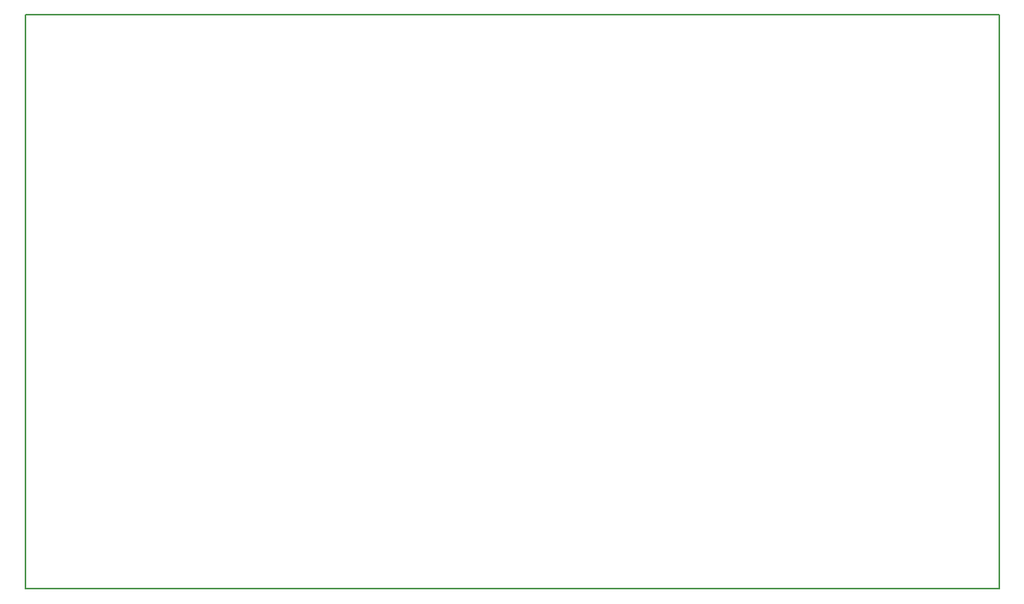
<source format=gko>
G04*
G04 #@! TF.GenerationSoftware,Altium Limited,Altium Designer,19.0.15 (446)*
G04*
G04 Layer_Color=16711935*
%FSLAX25Y25*%
%MOIN*%
G70*
G01*
G75*
%ADD12C,0.00600*%
D12*
X-255512Y-124016D02*
Y124016D01*
X165354D01*
X165354Y-124016D01*
X-255512D02*
X165354D01*
M02*

</source>
